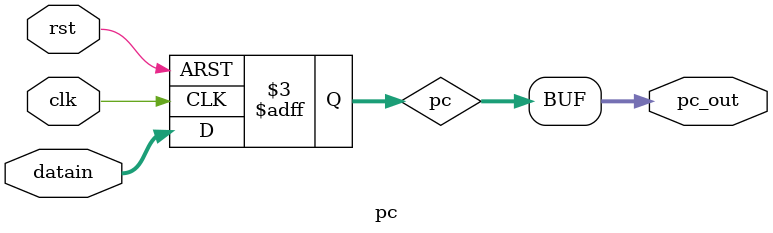
<source format=v>
`timescale 1ns / 1ps


module pc(
    input clk,
    input rst,
    input wire [31:0] datain,
    output wire [31:0] pc_out
    );
    reg [31:0] pc;
    assign pc_out = pc;
    initial begin
        pc = 2'b00000000_00000000_00000000_00000000;
    end
    
    always @(negedge clk, posedge rst) begin
    if(rst) pc <= 0;
    else pc <= datain;
    end 
    
endmodule

</source>
